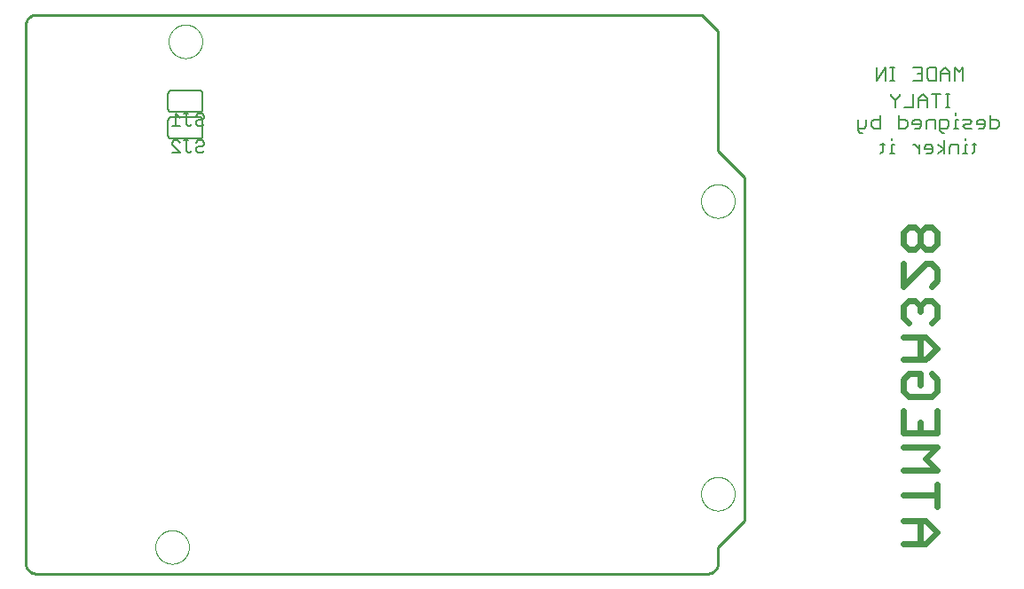
<source format=gbo>
G75*
%MOIN*%
%OFA0B0*%
%FSLAX25Y25*%
%IPPOS*%
%LPD*%
%AMOC8*
5,1,8,0,0,1.08239X$1,22.5*
%
%ADD10C,0.01000*%
%ADD11C,0.02300*%
%ADD12C,0.00700*%
%ADD13C,0.00000*%
%ADD14C,0.00600*%
%ADD15C,0.00500*%
D10*
X0081798Y0009437D02*
X0081798Y0211563D01*
X0081800Y0211687D01*
X0081806Y0211810D01*
X0081815Y0211934D01*
X0081829Y0212056D01*
X0081846Y0212179D01*
X0081868Y0212301D01*
X0081893Y0212422D01*
X0081922Y0212542D01*
X0081954Y0212661D01*
X0081991Y0212780D01*
X0082031Y0212897D01*
X0082074Y0213012D01*
X0082122Y0213127D01*
X0082173Y0213239D01*
X0082227Y0213350D01*
X0082285Y0213460D01*
X0082346Y0213567D01*
X0082411Y0213673D01*
X0082479Y0213776D01*
X0082550Y0213877D01*
X0082624Y0213976D01*
X0082701Y0214073D01*
X0082782Y0214167D01*
X0082865Y0214258D01*
X0082951Y0214347D01*
X0083040Y0214433D01*
X0083131Y0214516D01*
X0083225Y0214597D01*
X0083322Y0214674D01*
X0083421Y0214748D01*
X0083522Y0214819D01*
X0083625Y0214887D01*
X0083731Y0214952D01*
X0083838Y0215013D01*
X0083948Y0215071D01*
X0084059Y0215125D01*
X0084171Y0215176D01*
X0084286Y0215224D01*
X0084401Y0215267D01*
X0084518Y0215307D01*
X0084637Y0215344D01*
X0084756Y0215376D01*
X0084876Y0215405D01*
X0084997Y0215430D01*
X0085119Y0215452D01*
X0085242Y0215469D01*
X0085364Y0215483D01*
X0085488Y0215492D01*
X0085611Y0215498D01*
X0085735Y0215500D01*
X0335798Y0215500D01*
X0341798Y0209500D01*
X0341798Y0164500D01*
X0351798Y0154500D01*
X0351798Y0025500D01*
X0341798Y0015500D01*
X0341798Y0009437D01*
X0341796Y0009313D01*
X0341790Y0009190D01*
X0341781Y0009066D01*
X0341767Y0008944D01*
X0341750Y0008821D01*
X0341728Y0008699D01*
X0341703Y0008578D01*
X0341674Y0008458D01*
X0341642Y0008339D01*
X0341605Y0008220D01*
X0341565Y0008103D01*
X0341522Y0007988D01*
X0341474Y0007873D01*
X0341423Y0007761D01*
X0341369Y0007650D01*
X0341311Y0007540D01*
X0341250Y0007433D01*
X0341185Y0007327D01*
X0341117Y0007224D01*
X0341046Y0007123D01*
X0340972Y0007024D01*
X0340895Y0006927D01*
X0340814Y0006833D01*
X0340731Y0006742D01*
X0340645Y0006653D01*
X0340556Y0006567D01*
X0340465Y0006484D01*
X0340371Y0006403D01*
X0340274Y0006326D01*
X0340175Y0006252D01*
X0340074Y0006181D01*
X0339971Y0006113D01*
X0339865Y0006048D01*
X0339758Y0005987D01*
X0339648Y0005929D01*
X0339537Y0005875D01*
X0339425Y0005824D01*
X0339310Y0005776D01*
X0339195Y0005733D01*
X0339078Y0005693D01*
X0338959Y0005656D01*
X0338840Y0005624D01*
X0338720Y0005595D01*
X0338599Y0005570D01*
X0338477Y0005548D01*
X0338354Y0005531D01*
X0338232Y0005517D01*
X0338108Y0005508D01*
X0337985Y0005502D01*
X0337861Y0005500D01*
X0085735Y0005500D01*
X0085611Y0005502D01*
X0085488Y0005508D01*
X0085364Y0005517D01*
X0085242Y0005531D01*
X0085119Y0005548D01*
X0084997Y0005570D01*
X0084876Y0005595D01*
X0084756Y0005624D01*
X0084637Y0005656D01*
X0084518Y0005693D01*
X0084401Y0005733D01*
X0084286Y0005776D01*
X0084171Y0005824D01*
X0084059Y0005875D01*
X0083948Y0005929D01*
X0083838Y0005987D01*
X0083731Y0006048D01*
X0083625Y0006113D01*
X0083522Y0006181D01*
X0083421Y0006252D01*
X0083322Y0006326D01*
X0083225Y0006403D01*
X0083131Y0006484D01*
X0083040Y0006567D01*
X0082951Y0006653D01*
X0082865Y0006742D01*
X0082782Y0006833D01*
X0082701Y0006927D01*
X0082624Y0007024D01*
X0082550Y0007123D01*
X0082479Y0007224D01*
X0082411Y0007327D01*
X0082346Y0007433D01*
X0082285Y0007540D01*
X0082227Y0007650D01*
X0082173Y0007761D01*
X0082122Y0007873D01*
X0082074Y0007988D01*
X0082031Y0008103D01*
X0081991Y0008220D01*
X0081954Y0008339D01*
X0081922Y0008458D01*
X0081893Y0008578D01*
X0081868Y0008699D01*
X0081846Y0008821D01*
X0081829Y0008944D01*
X0081815Y0009066D01*
X0081806Y0009190D01*
X0081800Y0009313D01*
X0081798Y0009437D01*
D11*
X0411448Y0016844D02*
X0419922Y0016844D01*
X0424159Y0021081D01*
X0419922Y0025318D01*
X0411448Y0025318D01*
X0417803Y0025318D02*
X0417803Y0016844D01*
X0424159Y0030656D02*
X0424159Y0039129D01*
X0424159Y0034893D02*
X0411448Y0034893D01*
X0411448Y0044467D02*
X0424159Y0044467D01*
X0419922Y0048704D01*
X0424159Y0052941D01*
X0411448Y0052941D01*
X0411448Y0058279D02*
X0411448Y0066753D01*
X0413566Y0072091D02*
X0411448Y0074209D01*
X0411448Y0078446D01*
X0413566Y0080565D01*
X0417803Y0080565D01*
X0417803Y0076328D01*
X0422040Y0072091D02*
X0413566Y0072091D01*
X0422040Y0072091D02*
X0424159Y0074209D01*
X0424159Y0078446D01*
X0422040Y0080565D01*
X0419922Y0085903D02*
X0411448Y0085903D01*
X0417803Y0085903D02*
X0417803Y0094377D01*
X0419922Y0094377D02*
X0411448Y0094377D01*
X0413566Y0099715D02*
X0411448Y0101833D01*
X0411448Y0106070D01*
X0413566Y0108188D01*
X0415685Y0108188D01*
X0417803Y0106070D01*
X0417803Y0103952D01*
X0417803Y0106070D02*
X0419922Y0108188D01*
X0422040Y0108188D01*
X0424159Y0106070D01*
X0424159Y0101833D01*
X0422040Y0099715D01*
X0419922Y0094377D02*
X0424159Y0090140D01*
X0419922Y0085903D01*
X0424159Y0066753D02*
X0424159Y0058279D01*
X0411448Y0058279D01*
X0417803Y0058279D02*
X0417803Y0062516D01*
X0422040Y0113526D02*
X0424159Y0115645D01*
X0424159Y0119882D01*
X0422040Y0122000D01*
X0419922Y0122000D01*
X0411448Y0113526D01*
X0411448Y0122000D01*
X0413566Y0127338D02*
X0415685Y0127338D01*
X0417803Y0129457D01*
X0417803Y0133694D01*
X0415685Y0135812D01*
X0413566Y0135812D01*
X0411448Y0133694D01*
X0411448Y0129457D01*
X0413566Y0127338D01*
X0417803Y0129457D02*
X0419922Y0127338D01*
X0422040Y0127338D01*
X0424159Y0129457D01*
X0424159Y0133694D01*
X0422040Y0135812D01*
X0419922Y0135812D01*
X0417803Y0133694D01*
D12*
X0417463Y0163350D02*
X0417463Y0166619D01*
X0417463Y0164985D02*
X0415828Y0166619D01*
X0415011Y0166619D01*
X0419350Y0165802D02*
X0419350Y0164985D01*
X0422619Y0164985D01*
X0422619Y0165802D02*
X0421802Y0166619D01*
X0420167Y0166619D01*
X0419350Y0165802D01*
X0420167Y0163350D02*
X0421802Y0163350D01*
X0422619Y0164167D01*
X0422619Y0165802D01*
X0424464Y0166619D02*
X0426916Y0164985D01*
X0424464Y0163350D01*
X0426916Y0163350D02*
X0426916Y0168254D01*
X0428803Y0165802D02*
X0428803Y0163350D01*
X0428803Y0165802D02*
X0429621Y0166619D01*
X0432073Y0166619D01*
X0432073Y0163350D01*
X0433876Y0163350D02*
X0435510Y0163350D01*
X0434693Y0163350D02*
X0434693Y0166619D01*
X0435510Y0166619D01*
X0437313Y0166619D02*
X0438948Y0166619D01*
X0438131Y0167437D02*
X0438131Y0164167D01*
X0437313Y0163350D01*
X0434693Y0168254D02*
X0434693Y0169072D01*
X0434683Y0172850D02*
X0433866Y0173667D01*
X0434683Y0174485D01*
X0436318Y0174485D01*
X0437135Y0175302D01*
X0436318Y0176119D01*
X0433866Y0176119D01*
X0431979Y0176119D02*
X0431161Y0176119D01*
X0431161Y0172850D01*
X0430344Y0172850D02*
X0431979Y0172850D01*
X0434683Y0172850D02*
X0437135Y0172850D01*
X0439022Y0174485D02*
X0442292Y0174485D01*
X0442292Y0175302D02*
X0441474Y0176119D01*
X0439840Y0176119D01*
X0439022Y0175302D01*
X0439022Y0174485D01*
X0439840Y0172850D02*
X0441474Y0172850D01*
X0442292Y0173667D01*
X0442292Y0175302D01*
X0444179Y0176119D02*
X0446631Y0176119D01*
X0447448Y0175302D01*
X0447448Y0173667D01*
X0446631Y0172850D01*
X0444179Y0172850D01*
X0444179Y0177754D01*
X0431161Y0177754D02*
X0431161Y0178572D01*
X0428948Y0180850D02*
X0427313Y0180850D01*
X0428131Y0180850D02*
X0428131Y0185754D01*
X0428948Y0185754D02*
X0427313Y0185754D01*
X0425510Y0185754D02*
X0422241Y0185754D01*
X0423876Y0185754D02*
X0423876Y0180850D01*
X0420354Y0180850D02*
X0420354Y0184119D01*
X0418719Y0185754D01*
X0417085Y0184119D01*
X0417085Y0180850D01*
X0415198Y0180850D02*
X0411928Y0180850D01*
X0415198Y0180850D02*
X0415198Y0185754D01*
X0417085Y0183302D02*
X0420354Y0183302D01*
X0420933Y0176119D02*
X0420115Y0175302D01*
X0420115Y0172850D01*
X0418228Y0173667D02*
X0418228Y0175302D01*
X0417411Y0176119D01*
X0415776Y0176119D01*
X0414959Y0175302D01*
X0414959Y0174485D01*
X0418228Y0174485D01*
X0418228Y0173667D02*
X0417411Y0172850D01*
X0415776Y0172850D01*
X0413072Y0173667D02*
X0413072Y0175302D01*
X0412255Y0176119D01*
X0409803Y0176119D01*
X0409803Y0177754D02*
X0409803Y0172850D01*
X0412255Y0172850D01*
X0413072Y0173667D01*
X0407192Y0169072D02*
X0407192Y0168254D01*
X0407192Y0166619D02*
X0407192Y0163350D01*
X0406375Y0163350D02*
X0408010Y0163350D01*
X0403755Y0164167D02*
X0402937Y0163350D01*
X0403755Y0164167D02*
X0403755Y0167437D01*
X0404572Y0166619D02*
X0402937Y0166619D01*
X0407192Y0166619D02*
X0408010Y0166619D01*
X0402759Y0172850D02*
X0400307Y0172850D01*
X0399490Y0173667D01*
X0399490Y0175302D01*
X0400307Y0176119D01*
X0402759Y0176119D01*
X0402759Y0177754D02*
X0402759Y0172850D01*
X0397603Y0173667D02*
X0396785Y0172850D01*
X0394333Y0172850D01*
X0394333Y0172033D02*
X0395151Y0171215D01*
X0395968Y0171215D01*
X0394333Y0172033D02*
X0394333Y0176119D01*
X0397603Y0176119D02*
X0397603Y0173667D01*
X0408406Y0180850D02*
X0408406Y0183302D01*
X0406772Y0184937D01*
X0406772Y0185754D01*
X0408406Y0183302D02*
X0410041Y0184937D01*
X0410041Y0185754D01*
X0408166Y0190850D02*
X0406531Y0190850D01*
X0407349Y0190850D02*
X0407349Y0195754D01*
X0408166Y0195754D02*
X0406531Y0195754D01*
X0404728Y0195754D02*
X0401459Y0190850D01*
X0401459Y0195754D01*
X0404728Y0195754D02*
X0404728Y0190850D01*
X0415209Y0190850D02*
X0418479Y0190850D01*
X0418479Y0195754D01*
X0415209Y0195754D01*
X0416844Y0193302D02*
X0418479Y0193302D01*
X0420366Y0191667D02*
X0420366Y0194937D01*
X0421183Y0195754D01*
X0423635Y0195754D01*
X0423635Y0190850D01*
X0421183Y0190850D01*
X0420366Y0191667D01*
X0425522Y0190850D02*
X0425522Y0194119D01*
X0427157Y0195754D01*
X0428792Y0194119D01*
X0428792Y0190850D01*
X0430679Y0190850D02*
X0430679Y0195754D01*
X0432313Y0194119D01*
X0433948Y0195754D01*
X0433948Y0190850D01*
X0428792Y0193302D02*
X0425522Y0193302D01*
X0425272Y0176119D02*
X0427724Y0176119D01*
X0428541Y0175302D01*
X0428541Y0173667D01*
X0427724Y0172850D01*
X0425272Y0172850D01*
X0425272Y0172033D02*
X0425272Y0176119D01*
X0423385Y0176119D02*
X0420933Y0176119D01*
X0423385Y0176119D02*
X0423385Y0172850D01*
X0425272Y0172033D02*
X0426089Y0171215D01*
X0426906Y0171215D01*
D13*
X0335499Y0145500D02*
X0335501Y0145658D01*
X0335507Y0145816D01*
X0335517Y0145974D01*
X0335531Y0146132D01*
X0335549Y0146289D01*
X0335570Y0146446D01*
X0335596Y0146602D01*
X0335626Y0146758D01*
X0335659Y0146913D01*
X0335697Y0147066D01*
X0335738Y0147219D01*
X0335783Y0147371D01*
X0335832Y0147522D01*
X0335885Y0147671D01*
X0335941Y0147819D01*
X0336001Y0147965D01*
X0336065Y0148110D01*
X0336133Y0148253D01*
X0336204Y0148395D01*
X0336278Y0148535D01*
X0336356Y0148672D01*
X0336438Y0148808D01*
X0336522Y0148942D01*
X0336611Y0149073D01*
X0336702Y0149202D01*
X0336797Y0149329D01*
X0336894Y0149454D01*
X0336995Y0149576D01*
X0337099Y0149695D01*
X0337206Y0149812D01*
X0337316Y0149926D01*
X0337429Y0150037D01*
X0337544Y0150146D01*
X0337662Y0150251D01*
X0337783Y0150353D01*
X0337906Y0150453D01*
X0338032Y0150549D01*
X0338160Y0150642D01*
X0338290Y0150732D01*
X0338423Y0150818D01*
X0338558Y0150902D01*
X0338694Y0150981D01*
X0338833Y0151058D01*
X0338974Y0151130D01*
X0339116Y0151200D01*
X0339260Y0151265D01*
X0339406Y0151327D01*
X0339553Y0151385D01*
X0339702Y0151440D01*
X0339852Y0151491D01*
X0340003Y0151538D01*
X0340155Y0151581D01*
X0340308Y0151620D01*
X0340463Y0151656D01*
X0340618Y0151687D01*
X0340774Y0151715D01*
X0340930Y0151739D01*
X0341087Y0151759D01*
X0341245Y0151775D01*
X0341402Y0151787D01*
X0341561Y0151795D01*
X0341719Y0151799D01*
X0341877Y0151799D01*
X0342035Y0151795D01*
X0342194Y0151787D01*
X0342351Y0151775D01*
X0342509Y0151759D01*
X0342666Y0151739D01*
X0342822Y0151715D01*
X0342978Y0151687D01*
X0343133Y0151656D01*
X0343288Y0151620D01*
X0343441Y0151581D01*
X0343593Y0151538D01*
X0343744Y0151491D01*
X0343894Y0151440D01*
X0344043Y0151385D01*
X0344190Y0151327D01*
X0344336Y0151265D01*
X0344480Y0151200D01*
X0344622Y0151130D01*
X0344763Y0151058D01*
X0344902Y0150981D01*
X0345038Y0150902D01*
X0345173Y0150818D01*
X0345306Y0150732D01*
X0345436Y0150642D01*
X0345564Y0150549D01*
X0345690Y0150453D01*
X0345813Y0150353D01*
X0345934Y0150251D01*
X0346052Y0150146D01*
X0346167Y0150037D01*
X0346280Y0149926D01*
X0346390Y0149812D01*
X0346497Y0149695D01*
X0346601Y0149576D01*
X0346702Y0149454D01*
X0346799Y0149329D01*
X0346894Y0149202D01*
X0346985Y0149073D01*
X0347074Y0148942D01*
X0347158Y0148808D01*
X0347240Y0148672D01*
X0347318Y0148535D01*
X0347392Y0148395D01*
X0347463Y0148253D01*
X0347531Y0148110D01*
X0347595Y0147965D01*
X0347655Y0147819D01*
X0347711Y0147671D01*
X0347764Y0147522D01*
X0347813Y0147371D01*
X0347858Y0147219D01*
X0347899Y0147066D01*
X0347937Y0146913D01*
X0347970Y0146758D01*
X0348000Y0146602D01*
X0348026Y0146446D01*
X0348047Y0146289D01*
X0348065Y0146132D01*
X0348079Y0145974D01*
X0348089Y0145816D01*
X0348095Y0145658D01*
X0348097Y0145500D01*
X0348095Y0145342D01*
X0348089Y0145184D01*
X0348079Y0145026D01*
X0348065Y0144868D01*
X0348047Y0144711D01*
X0348026Y0144554D01*
X0348000Y0144398D01*
X0347970Y0144242D01*
X0347937Y0144087D01*
X0347899Y0143934D01*
X0347858Y0143781D01*
X0347813Y0143629D01*
X0347764Y0143478D01*
X0347711Y0143329D01*
X0347655Y0143181D01*
X0347595Y0143035D01*
X0347531Y0142890D01*
X0347463Y0142747D01*
X0347392Y0142605D01*
X0347318Y0142465D01*
X0347240Y0142328D01*
X0347158Y0142192D01*
X0347074Y0142058D01*
X0346985Y0141927D01*
X0346894Y0141798D01*
X0346799Y0141671D01*
X0346702Y0141546D01*
X0346601Y0141424D01*
X0346497Y0141305D01*
X0346390Y0141188D01*
X0346280Y0141074D01*
X0346167Y0140963D01*
X0346052Y0140854D01*
X0345934Y0140749D01*
X0345813Y0140647D01*
X0345690Y0140547D01*
X0345564Y0140451D01*
X0345436Y0140358D01*
X0345306Y0140268D01*
X0345173Y0140182D01*
X0345038Y0140098D01*
X0344902Y0140019D01*
X0344763Y0139942D01*
X0344622Y0139870D01*
X0344480Y0139800D01*
X0344336Y0139735D01*
X0344190Y0139673D01*
X0344043Y0139615D01*
X0343894Y0139560D01*
X0343744Y0139509D01*
X0343593Y0139462D01*
X0343441Y0139419D01*
X0343288Y0139380D01*
X0343133Y0139344D01*
X0342978Y0139313D01*
X0342822Y0139285D01*
X0342666Y0139261D01*
X0342509Y0139241D01*
X0342351Y0139225D01*
X0342194Y0139213D01*
X0342035Y0139205D01*
X0341877Y0139201D01*
X0341719Y0139201D01*
X0341561Y0139205D01*
X0341402Y0139213D01*
X0341245Y0139225D01*
X0341087Y0139241D01*
X0340930Y0139261D01*
X0340774Y0139285D01*
X0340618Y0139313D01*
X0340463Y0139344D01*
X0340308Y0139380D01*
X0340155Y0139419D01*
X0340003Y0139462D01*
X0339852Y0139509D01*
X0339702Y0139560D01*
X0339553Y0139615D01*
X0339406Y0139673D01*
X0339260Y0139735D01*
X0339116Y0139800D01*
X0338974Y0139870D01*
X0338833Y0139942D01*
X0338694Y0140019D01*
X0338558Y0140098D01*
X0338423Y0140182D01*
X0338290Y0140268D01*
X0338160Y0140358D01*
X0338032Y0140451D01*
X0337906Y0140547D01*
X0337783Y0140647D01*
X0337662Y0140749D01*
X0337544Y0140854D01*
X0337429Y0140963D01*
X0337316Y0141074D01*
X0337206Y0141188D01*
X0337099Y0141305D01*
X0336995Y0141424D01*
X0336894Y0141546D01*
X0336797Y0141671D01*
X0336702Y0141798D01*
X0336611Y0141927D01*
X0336522Y0142058D01*
X0336438Y0142192D01*
X0336356Y0142328D01*
X0336278Y0142465D01*
X0336204Y0142605D01*
X0336133Y0142747D01*
X0336065Y0142890D01*
X0336001Y0143035D01*
X0335941Y0143181D01*
X0335885Y0143329D01*
X0335832Y0143478D01*
X0335783Y0143629D01*
X0335738Y0143781D01*
X0335697Y0143934D01*
X0335659Y0144087D01*
X0335626Y0144242D01*
X0335596Y0144398D01*
X0335570Y0144554D01*
X0335549Y0144711D01*
X0335531Y0144868D01*
X0335517Y0145026D01*
X0335507Y0145184D01*
X0335501Y0145342D01*
X0335499Y0145500D01*
X0135499Y0205500D02*
X0135501Y0205658D01*
X0135507Y0205816D01*
X0135517Y0205974D01*
X0135531Y0206132D01*
X0135549Y0206289D01*
X0135570Y0206446D01*
X0135596Y0206602D01*
X0135626Y0206758D01*
X0135659Y0206913D01*
X0135697Y0207066D01*
X0135738Y0207219D01*
X0135783Y0207371D01*
X0135832Y0207522D01*
X0135885Y0207671D01*
X0135941Y0207819D01*
X0136001Y0207965D01*
X0136065Y0208110D01*
X0136133Y0208253D01*
X0136204Y0208395D01*
X0136278Y0208535D01*
X0136356Y0208672D01*
X0136438Y0208808D01*
X0136522Y0208942D01*
X0136611Y0209073D01*
X0136702Y0209202D01*
X0136797Y0209329D01*
X0136894Y0209454D01*
X0136995Y0209576D01*
X0137099Y0209695D01*
X0137206Y0209812D01*
X0137316Y0209926D01*
X0137429Y0210037D01*
X0137544Y0210146D01*
X0137662Y0210251D01*
X0137783Y0210353D01*
X0137906Y0210453D01*
X0138032Y0210549D01*
X0138160Y0210642D01*
X0138290Y0210732D01*
X0138423Y0210818D01*
X0138558Y0210902D01*
X0138694Y0210981D01*
X0138833Y0211058D01*
X0138974Y0211130D01*
X0139116Y0211200D01*
X0139260Y0211265D01*
X0139406Y0211327D01*
X0139553Y0211385D01*
X0139702Y0211440D01*
X0139852Y0211491D01*
X0140003Y0211538D01*
X0140155Y0211581D01*
X0140308Y0211620D01*
X0140463Y0211656D01*
X0140618Y0211687D01*
X0140774Y0211715D01*
X0140930Y0211739D01*
X0141087Y0211759D01*
X0141245Y0211775D01*
X0141402Y0211787D01*
X0141561Y0211795D01*
X0141719Y0211799D01*
X0141877Y0211799D01*
X0142035Y0211795D01*
X0142194Y0211787D01*
X0142351Y0211775D01*
X0142509Y0211759D01*
X0142666Y0211739D01*
X0142822Y0211715D01*
X0142978Y0211687D01*
X0143133Y0211656D01*
X0143288Y0211620D01*
X0143441Y0211581D01*
X0143593Y0211538D01*
X0143744Y0211491D01*
X0143894Y0211440D01*
X0144043Y0211385D01*
X0144190Y0211327D01*
X0144336Y0211265D01*
X0144480Y0211200D01*
X0144622Y0211130D01*
X0144763Y0211058D01*
X0144902Y0210981D01*
X0145038Y0210902D01*
X0145173Y0210818D01*
X0145306Y0210732D01*
X0145436Y0210642D01*
X0145564Y0210549D01*
X0145690Y0210453D01*
X0145813Y0210353D01*
X0145934Y0210251D01*
X0146052Y0210146D01*
X0146167Y0210037D01*
X0146280Y0209926D01*
X0146390Y0209812D01*
X0146497Y0209695D01*
X0146601Y0209576D01*
X0146702Y0209454D01*
X0146799Y0209329D01*
X0146894Y0209202D01*
X0146985Y0209073D01*
X0147074Y0208942D01*
X0147158Y0208808D01*
X0147240Y0208672D01*
X0147318Y0208535D01*
X0147392Y0208395D01*
X0147463Y0208253D01*
X0147531Y0208110D01*
X0147595Y0207965D01*
X0147655Y0207819D01*
X0147711Y0207671D01*
X0147764Y0207522D01*
X0147813Y0207371D01*
X0147858Y0207219D01*
X0147899Y0207066D01*
X0147937Y0206913D01*
X0147970Y0206758D01*
X0148000Y0206602D01*
X0148026Y0206446D01*
X0148047Y0206289D01*
X0148065Y0206132D01*
X0148079Y0205974D01*
X0148089Y0205816D01*
X0148095Y0205658D01*
X0148097Y0205500D01*
X0148095Y0205342D01*
X0148089Y0205184D01*
X0148079Y0205026D01*
X0148065Y0204868D01*
X0148047Y0204711D01*
X0148026Y0204554D01*
X0148000Y0204398D01*
X0147970Y0204242D01*
X0147937Y0204087D01*
X0147899Y0203934D01*
X0147858Y0203781D01*
X0147813Y0203629D01*
X0147764Y0203478D01*
X0147711Y0203329D01*
X0147655Y0203181D01*
X0147595Y0203035D01*
X0147531Y0202890D01*
X0147463Y0202747D01*
X0147392Y0202605D01*
X0147318Y0202465D01*
X0147240Y0202328D01*
X0147158Y0202192D01*
X0147074Y0202058D01*
X0146985Y0201927D01*
X0146894Y0201798D01*
X0146799Y0201671D01*
X0146702Y0201546D01*
X0146601Y0201424D01*
X0146497Y0201305D01*
X0146390Y0201188D01*
X0146280Y0201074D01*
X0146167Y0200963D01*
X0146052Y0200854D01*
X0145934Y0200749D01*
X0145813Y0200647D01*
X0145690Y0200547D01*
X0145564Y0200451D01*
X0145436Y0200358D01*
X0145306Y0200268D01*
X0145173Y0200182D01*
X0145038Y0200098D01*
X0144902Y0200019D01*
X0144763Y0199942D01*
X0144622Y0199870D01*
X0144480Y0199800D01*
X0144336Y0199735D01*
X0144190Y0199673D01*
X0144043Y0199615D01*
X0143894Y0199560D01*
X0143744Y0199509D01*
X0143593Y0199462D01*
X0143441Y0199419D01*
X0143288Y0199380D01*
X0143133Y0199344D01*
X0142978Y0199313D01*
X0142822Y0199285D01*
X0142666Y0199261D01*
X0142509Y0199241D01*
X0142351Y0199225D01*
X0142194Y0199213D01*
X0142035Y0199205D01*
X0141877Y0199201D01*
X0141719Y0199201D01*
X0141561Y0199205D01*
X0141402Y0199213D01*
X0141245Y0199225D01*
X0141087Y0199241D01*
X0140930Y0199261D01*
X0140774Y0199285D01*
X0140618Y0199313D01*
X0140463Y0199344D01*
X0140308Y0199380D01*
X0140155Y0199419D01*
X0140003Y0199462D01*
X0139852Y0199509D01*
X0139702Y0199560D01*
X0139553Y0199615D01*
X0139406Y0199673D01*
X0139260Y0199735D01*
X0139116Y0199800D01*
X0138974Y0199870D01*
X0138833Y0199942D01*
X0138694Y0200019D01*
X0138558Y0200098D01*
X0138423Y0200182D01*
X0138290Y0200268D01*
X0138160Y0200358D01*
X0138032Y0200451D01*
X0137906Y0200547D01*
X0137783Y0200647D01*
X0137662Y0200749D01*
X0137544Y0200854D01*
X0137429Y0200963D01*
X0137316Y0201074D01*
X0137206Y0201188D01*
X0137099Y0201305D01*
X0136995Y0201424D01*
X0136894Y0201546D01*
X0136797Y0201671D01*
X0136702Y0201798D01*
X0136611Y0201927D01*
X0136522Y0202058D01*
X0136438Y0202192D01*
X0136356Y0202328D01*
X0136278Y0202465D01*
X0136204Y0202605D01*
X0136133Y0202747D01*
X0136065Y0202890D01*
X0136001Y0203035D01*
X0135941Y0203181D01*
X0135885Y0203329D01*
X0135832Y0203478D01*
X0135783Y0203629D01*
X0135738Y0203781D01*
X0135697Y0203934D01*
X0135659Y0204087D01*
X0135626Y0204242D01*
X0135596Y0204398D01*
X0135570Y0204554D01*
X0135549Y0204711D01*
X0135531Y0204868D01*
X0135517Y0205026D01*
X0135507Y0205184D01*
X0135501Y0205342D01*
X0135499Y0205500D01*
X0335499Y0035500D02*
X0335501Y0035658D01*
X0335507Y0035816D01*
X0335517Y0035974D01*
X0335531Y0036132D01*
X0335549Y0036289D01*
X0335570Y0036446D01*
X0335596Y0036602D01*
X0335626Y0036758D01*
X0335659Y0036913D01*
X0335697Y0037066D01*
X0335738Y0037219D01*
X0335783Y0037371D01*
X0335832Y0037522D01*
X0335885Y0037671D01*
X0335941Y0037819D01*
X0336001Y0037965D01*
X0336065Y0038110D01*
X0336133Y0038253D01*
X0336204Y0038395D01*
X0336278Y0038535D01*
X0336356Y0038672D01*
X0336438Y0038808D01*
X0336522Y0038942D01*
X0336611Y0039073D01*
X0336702Y0039202D01*
X0336797Y0039329D01*
X0336894Y0039454D01*
X0336995Y0039576D01*
X0337099Y0039695D01*
X0337206Y0039812D01*
X0337316Y0039926D01*
X0337429Y0040037D01*
X0337544Y0040146D01*
X0337662Y0040251D01*
X0337783Y0040353D01*
X0337906Y0040453D01*
X0338032Y0040549D01*
X0338160Y0040642D01*
X0338290Y0040732D01*
X0338423Y0040818D01*
X0338558Y0040902D01*
X0338694Y0040981D01*
X0338833Y0041058D01*
X0338974Y0041130D01*
X0339116Y0041200D01*
X0339260Y0041265D01*
X0339406Y0041327D01*
X0339553Y0041385D01*
X0339702Y0041440D01*
X0339852Y0041491D01*
X0340003Y0041538D01*
X0340155Y0041581D01*
X0340308Y0041620D01*
X0340463Y0041656D01*
X0340618Y0041687D01*
X0340774Y0041715D01*
X0340930Y0041739D01*
X0341087Y0041759D01*
X0341245Y0041775D01*
X0341402Y0041787D01*
X0341561Y0041795D01*
X0341719Y0041799D01*
X0341877Y0041799D01*
X0342035Y0041795D01*
X0342194Y0041787D01*
X0342351Y0041775D01*
X0342509Y0041759D01*
X0342666Y0041739D01*
X0342822Y0041715D01*
X0342978Y0041687D01*
X0343133Y0041656D01*
X0343288Y0041620D01*
X0343441Y0041581D01*
X0343593Y0041538D01*
X0343744Y0041491D01*
X0343894Y0041440D01*
X0344043Y0041385D01*
X0344190Y0041327D01*
X0344336Y0041265D01*
X0344480Y0041200D01*
X0344622Y0041130D01*
X0344763Y0041058D01*
X0344902Y0040981D01*
X0345038Y0040902D01*
X0345173Y0040818D01*
X0345306Y0040732D01*
X0345436Y0040642D01*
X0345564Y0040549D01*
X0345690Y0040453D01*
X0345813Y0040353D01*
X0345934Y0040251D01*
X0346052Y0040146D01*
X0346167Y0040037D01*
X0346280Y0039926D01*
X0346390Y0039812D01*
X0346497Y0039695D01*
X0346601Y0039576D01*
X0346702Y0039454D01*
X0346799Y0039329D01*
X0346894Y0039202D01*
X0346985Y0039073D01*
X0347074Y0038942D01*
X0347158Y0038808D01*
X0347240Y0038672D01*
X0347318Y0038535D01*
X0347392Y0038395D01*
X0347463Y0038253D01*
X0347531Y0038110D01*
X0347595Y0037965D01*
X0347655Y0037819D01*
X0347711Y0037671D01*
X0347764Y0037522D01*
X0347813Y0037371D01*
X0347858Y0037219D01*
X0347899Y0037066D01*
X0347937Y0036913D01*
X0347970Y0036758D01*
X0348000Y0036602D01*
X0348026Y0036446D01*
X0348047Y0036289D01*
X0348065Y0036132D01*
X0348079Y0035974D01*
X0348089Y0035816D01*
X0348095Y0035658D01*
X0348097Y0035500D01*
X0348095Y0035342D01*
X0348089Y0035184D01*
X0348079Y0035026D01*
X0348065Y0034868D01*
X0348047Y0034711D01*
X0348026Y0034554D01*
X0348000Y0034398D01*
X0347970Y0034242D01*
X0347937Y0034087D01*
X0347899Y0033934D01*
X0347858Y0033781D01*
X0347813Y0033629D01*
X0347764Y0033478D01*
X0347711Y0033329D01*
X0347655Y0033181D01*
X0347595Y0033035D01*
X0347531Y0032890D01*
X0347463Y0032747D01*
X0347392Y0032605D01*
X0347318Y0032465D01*
X0347240Y0032328D01*
X0347158Y0032192D01*
X0347074Y0032058D01*
X0346985Y0031927D01*
X0346894Y0031798D01*
X0346799Y0031671D01*
X0346702Y0031546D01*
X0346601Y0031424D01*
X0346497Y0031305D01*
X0346390Y0031188D01*
X0346280Y0031074D01*
X0346167Y0030963D01*
X0346052Y0030854D01*
X0345934Y0030749D01*
X0345813Y0030647D01*
X0345690Y0030547D01*
X0345564Y0030451D01*
X0345436Y0030358D01*
X0345306Y0030268D01*
X0345173Y0030182D01*
X0345038Y0030098D01*
X0344902Y0030019D01*
X0344763Y0029942D01*
X0344622Y0029870D01*
X0344480Y0029800D01*
X0344336Y0029735D01*
X0344190Y0029673D01*
X0344043Y0029615D01*
X0343894Y0029560D01*
X0343744Y0029509D01*
X0343593Y0029462D01*
X0343441Y0029419D01*
X0343288Y0029380D01*
X0343133Y0029344D01*
X0342978Y0029313D01*
X0342822Y0029285D01*
X0342666Y0029261D01*
X0342509Y0029241D01*
X0342351Y0029225D01*
X0342194Y0029213D01*
X0342035Y0029205D01*
X0341877Y0029201D01*
X0341719Y0029201D01*
X0341561Y0029205D01*
X0341402Y0029213D01*
X0341245Y0029225D01*
X0341087Y0029241D01*
X0340930Y0029261D01*
X0340774Y0029285D01*
X0340618Y0029313D01*
X0340463Y0029344D01*
X0340308Y0029380D01*
X0340155Y0029419D01*
X0340003Y0029462D01*
X0339852Y0029509D01*
X0339702Y0029560D01*
X0339553Y0029615D01*
X0339406Y0029673D01*
X0339260Y0029735D01*
X0339116Y0029800D01*
X0338974Y0029870D01*
X0338833Y0029942D01*
X0338694Y0030019D01*
X0338558Y0030098D01*
X0338423Y0030182D01*
X0338290Y0030268D01*
X0338160Y0030358D01*
X0338032Y0030451D01*
X0337906Y0030547D01*
X0337783Y0030647D01*
X0337662Y0030749D01*
X0337544Y0030854D01*
X0337429Y0030963D01*
X0337316Y0031074D01*
X0337206Y0031188D01*
X0337099Y0031305D01*
X0336995Y0031424D01*
X0336894Y0031546D01*
X0336797Y0031671D01*
X0336702Y0031798D01*
X0336611Y0031927D01*
X0336522Y0032058D01*
X0336438Y0032192D01*
X0336356Y0032328D01*
X0336278Y0032465D01*
X0336204Y0032605D01*
X0336133Y0032747D01*
X0336065Y0032890D01*
X0336001Y0033035D01*
X0335941Y0033181D01*
X0335885Y0033329D01*
X0335832Y0033478D01*
X0335783Y0033629D01*
X0335738Y0033781D01*
X0335697Y0033934D01*
X0335659Y0034087D01*
X0335626Y0034242D01*
X0335596Y0034398D01*
X0335570Y0034554D01*
X0335549Y0034711D01*
X0335531Y0034868D01*
X0335517Y0035026D01*
X0335507Y0035184D01*
X0335501Y0035342D01*
X0335499Y0035500D01*
X0130499Y0015500D02*
X0130501Y0015658D01*
X0130507Y0015816D01*
X0130517Y0015974D01*
X0130531Y0016132D01*
X0130549Y0016289D01*
X0130570Y0016446D01*
X0130596Y0016602D01*
X0130626Y0016758D01*
X0130659Y0016913D01*
X0130697Y0017066D01*
X0130738Y0017219D01*
X0130783Y0017371D01*
X0130832Y0017522D01*
X0130885Y0017671D01*
X0130941Y0017819D01*
X0131001Y0017965D01*
X0131065Y0018110D01*
X0131133Y0018253D01*
X0131204Y0018395D01*
X0131278Y0018535D01*
X0131356Y0018672D01*
X0131438Y0018808D01*
X0131522Y0018942D01*
X0131611Y0019073D01*
X0131702Y0019202D01*
X0131797Y0019329D01*
X0131894Y0019454D01*
X0131995Y0019576D01*
X0132099Y0019695D01*
X0132206Y0019812D01*
X0132316Y0019926D01*
X0132429Y0020037D01*
X0132544Y0020146D01*
X0132662Y0020251D01*
X0132783Y0020353D01*
X0132906Y0020453D01*
X0133032Y0020549D01*
X0133160Y0020642D01*
X0133290Y0020732D01*
X0133423Y0020818D01*
X0133558Y0020902D01*
X0133694Y0020981D01*
X0133833Y0021058D01*
X0133974Y0021130D01*
X0134116Y0021200D01*
X0134260Y0021265D01*
X0134406Y0021327D01*
X0134553Y0021385D01*
X0134702Y0021440D01*
X0134852Y0021491D01*
X0135003Y0021538D01*
X0135155Y0021581D01*
X0135308Y0021620D01*
X0135463Y0021656D01*
X0135618Y0021687D01*
X0135774Y0021715D01*
X0135930Y0021739D01*
X0136087Y0021759D01*
X0136245Y0021775D01*
X0136402Y0021787D01*
X0136561Y0021795D01*
X0136719Y0021799D01*
X0136877Y0021799D01*
X0137035Y0021795D01*
X0137194Y0021787D01*
X0137351Y0021775D01*
X0137509Y0021759D01*
X0137666Y0021739D01*
X0137822Y0021715D01*
X0137978Y0021687D01*
X0138133Y0021656D01*
X0138288Y0021620D01*
X0138441Y0021581D01*
X0138593Y0021538D01*
X0138744Y0021491D01*
X0138894Y0021440D01*
X0139043Y0021385D01*
X0139190Y0021327D01*
X0139336Y0021265D01*
X0139480Y0021200D01*
X0139622Y0021130D01*
X0139763Y0021058D01*
X0139902Y0020981D01*
X0140038Y0020902D01*
X0140173Y0020818D01*
X0140306Y0020732D01*
X0140436Y0020642D01*
X0140564Y0020549D01*
X0140690Y0020453D01*
X0140813Y0020353D01*
X0140934Y0020251D01*
X0141052Y0020146D01*
X0141167Y0020037D01*
X0141280Y0019926D01*
X0141390Y0019812D01*
X0141497Y0019695D01*
X0141601Y0019576D01*
X0141702Y0019454D01*
X0141799Y0019329D01*
X0141894Y0019202D01*
X0141985Y0019073D01*
X0142074Y0018942D01*
X0142158Y0018808D01*
X0142240Y0018672D01*
X0142318Y0018535D01*
X0142392Y0018395D01*
X0142463Y0018253D01*
X0142531Y0018110D01*
X0142595Y0017965D01*
X0142655Y0017819D01*
X0142711Y0017671D01*
X0142764Y0017522D01*
X0142813Y0017371D01*
X0142858Y0017219D01*
X0142899Y0017066D01*
X0142937Y0016913D01*
X0142970Y0016758D01*
X0143000Y0016602D01*
X0143026Y0016446D01*
X0143047Y0016289D01*
X0143065Y0016132D01*
X0143079Y0015974D01*
X0143089Y0015816D01*
X0143095Y0015658D01*
X0143097Y0015500D01*
X0143095Y0015342D01*
X0143089Y0015184D01*
X0143079Y0015026D01*
X0143065Y0014868D01*
X0143047Y0014711D01*
X0143026Y0014554D01*
X0143000Y0014398D01*
X0142970Y0014242D01*
X0142937Y0014087D01*
X0142899Y0013934D01*
X0142858Y0013781D01*
X0142813Y0013629D01*
X0142764Y0013478D01*
X0142711Y0013329D01*
X0142655Y0013181D01*
X0142595Y0013035D01*
X0142531Y0012890D01*
X0142463Y0012747D01*
X0142392Y0012605D01*
X0142318Y0012465D01*
X0142240Y0012328D01*
X0142158Y0012192D01*
X0142074Y0012058D01*
X0141985Y0011927D01*
X0141894Y0011798D01*
X0141799Y0011671D01*
X0141702Y0011546D01*
X0141601Y0011424D01*
X0141497Y0011305D01*
X0141390Y0011188D01*
X0141280Y0011074D01*
X0141167Y0010963D01*
X0141052Y0010854D01*
X0140934Y0010749D01*
X0140813Y0010647D01*
X0140690Y0010547D01*
X0140564Y0010451D01*
X0140436Y0010358D01*
X0140306Y0010268D01*
X0140173Y0010182D01*
X0140038Y0010098D01*
X0139902Y0010019D01*
X0139763Y0009942D01*
X0139622Y0009870D01*
X0139480Y0009800D01*
X0139336Y0009735D01*
X0139190Y0009673D01*
X0139043Y0009615D01*
X0138894Y0009560D01*
X0138744Y0009509D01*
X0138593Y0009462D01*
X0138441Y0009419D01*
X0138288Y0009380D01*
X0138133Y0009344D01*
X0137978Y0009313D01*
X0137822Y0009285D01*
X0137666Y0009261D01*
X0137509Y0009241D01*
X0137351Y0009225D01*
X0137194Y0009213D01*
X0137035Y0009205D01*
X0136877Y0009201D01*
X0136719Y0009201D01*
X0136561Y0009205D01*
X0136402Y0009213D01*
X0136245Y0009225D01*
X0136087Y0009241D01*
X0135930Y0009261D01*
X0135774Y0009285D01*
X0135618Y0009313D01*
X0135463Y0009344D01*
X0135308Y0009380D01*
X0135155Y0009419D01*
X0135003Y0009462D01*
X0134852Y0009509D01*
X0134702Y0009560D01*
X0134553Y0009615D01*
X0134406Y0009673D01*
X0134260Y0009735D01*
X0134116Y0009800D01*
X0133974Y0009870D01*
X0133833Y0009942D01*
X0133694Y0010019D01*
X0133558Y0010098D01*
X0133423Y0010182D01*
X0133290Y0010268D01*
X0133160Y0010358D01*
X0133032Y0010451D01*
X0132906Y0010547D01*
X0132783Y0010647D01*
X0132662Y0010749D01*
X0132544Y0010854D01*
X0132429Y0010963D01*
X0132316Y0011074D01*
X0132206Y0011188D01*
X0132099Y0011305D01*
X0131995Y0011424D01*
X0131894Y0011546D01*
X0131797Y0011671D01*
X0131702Y0011798D01*
X0131611Y0011927D01*
X0131522Y0012058D01*
X0131438Y0012192D01*
X0131356Y0012328D01*
X0131278Y0012465D01*
X0131204Y0012605D01*
X0131133Y0012747D01*
X0131065Y0012890D01*
X0131001Y0013035D01*
X0130941Y0013181D01*
X0130885Y0013329D01*
X0130832Y0013478D01*
X0130783Y0013629D01*
X0130738Y0013781D01*
X0130697Y0013934D01*
X0130659Y0014087D01*
X0130626Y0014242D01*
X0130596Y0014398D01*
X0130570Y0014554D01*
X0130549Y0014711D01*
X0130531Y0014868D01*
X0130517Y0015026D01*
X0130507Y0015184D01*
X0130501Y0015342D01*
X0130499Y0015500D01*
D14*
X0136298Y0169000D02*
X0147298Y0169000D01*
X0147358Y0169002D01*
X0147419Y0169007D01*
X0147478Y0169016D01*
X0147537Y0169029D01*
X0147596Y0169045D01*
X0147653Y0169065D01*
X0147708Y0169088D01*
X0147763Y0169115D01*
X0147815Y0169144D01*
X0147866Y0169177D01*
X0147915Y0169213D01*
X0147961Y0169251D01*
X0148005Y0169293D01*
X0148047Y0169337D01*
X0148085Y0169383D01*
X0148121Y0169432D01*
X0148154Y0169483D01*
X0148183Y0169535D01*
X0148210Y0169590D01*
X0148233Y0169645D01*
X0148253Y0169702D01*
X0148269Y0169761D01*
X0148282Y0169820D01*
X0148291Y0169879D01*
X0148296Y0169940D01*
X0148298Y0170000D01*
X0148298Y0176000D01*
X0148296Y0176060D01*
X0148291Y0176121D01*
X0148282Y0176180D01*
X0148269Y0176239D01*
X0148253Y0176298D01*
X0148233Y0176355D01*
X0148210Y0176410D01*
X0148183Y0176465D01*
X0148154Y0176517D01*
X0148121Y0176568D01*
X0148085Y0176617D01*
X0148047Y0176663D01*
X0148005Y0176707D01*
X0147961Y0176749D01*
X0147915Y0176787D01*
X0147866Y0176823D01*
X0147815Y0176856D01*
X0147763Y0176885D01*
X0147708Y0176912D01*
X0147653Y0176935D01*
X0147596Y0176955D01*
X0147537Y0176971D01*
X0147478Y0176984D01*
X0147419Y0176993D01*
X0147358Y0176998D01*
X0147298Y0177000D01*
X0136298Y0177000D01*
X0136238Y0176998D01*
X0136177Y0176993D01*
X0136118Y0176984D01*
X0136059Y0176971D01*
X0136000Y0176955D01*
X0135943Y0176935D01*
X0135888Y0176912D01*
X0135833Y0176885D01*
X0135781Y0176856D01*
X0135730Y0176823D01*
X0135681Y0176787D01*
X0135635Y0176749D01*
X0135591Y0176707D01*
X0135549Y0176663D01*
X0135511Y0176617D01*
X0135475Y0176568D01*
X0135442Y0176517D01*
X0135413Y0176465D01*
X0135386Y0176410D01*
X0135363Y0176355D01*
X0135343Y0176298D01*
X0135327Y0176239D01*
X0135314Y0176180D01*
X0135305Y0176121D01*
X0135300Y0176060D01*
X0135298Y0176000D01*
X0135298Y0170000D01*
X0135300Y0169940D01*
X0135305Y0169879D01*
X0135314Y0169820D01*
X0135327Y0169761D01*
X0135343Y0169702D01*
X0135363Y0169645D01*
X0135386Y0169590D01*
X0135413Y0169535D01*
X0135442Y0169483D01*
X0135475Y0169432D01*
X0135511Y0169383D01*
X0135549Y0169337D01*
X0135591Y0169293D01*
X0135635Y0169251D01*
X0135681Y0169213D01*
X0135730Y0169177D01*
X0135781Y0169144D01*
X0135833Y0169115D01*
X0135888Y0169088D01*
X0135943Y0169065D01*
X0136000Y0169045D01*
X0136059Y0169029D01*
X0136118Y0169016D01*
X0136177Y0169007D01*
X0136238Y0169002D01*
X0136298Y0169000D01*
X0136298Y0179000D02*
X0147298Y0179000D01*
X0147358Y0179002D01*
X0147419Y0179007D01*
X0147478Y0179016D01*
X0147537Y0179029D01*
X0147596Y0179045D01*
X0147653Y0179065D01*
X0147708Y0179088D01*
X0147763Y0179115D01*
X0147815Y0179144D01*
X0147866Y0179177D01*
X0147915Y0179213D01*
X0147961Y0179251D01*
X0148005Y0179293D01*
X0148047Y0179337D01*
X0148085Y0179383D01*
X0148121Y0179432D01*
X0148154Y0179483D01*
X0148183Y0179535D01*
X0148210Y0179590D01*
X0148233Y0179645D01*
X0148253Y0179702D01*
X0148269Y0179761D01*
X0148282Y0179820D01*
X0148291Y0179879D01*
X0148296Y0179940D01*
X0148298Y0180000D01*
X0148298Y0186000D01*
X0148296Y0186060D01*
X0148291Y0186121D01*
X0148282Y0186180D01*
X0148269Y0186239D01*
X0148253Y0186298D01*
X0148233Y0186355D01*
X0148210Y0186410D01*
X0148183Y0186465D01*
X0148154Y0186517D01*
X0148121Y0186568D01*
X0148085Y0186617D01*
X0148047Y0186663D01*
X0148005Y0186707D01*
X0147961Y0186749D01*
X0147915Y0186787D01*
X0147866Y0186823D01*
X0147815Y0186856D01*
X0147763Y0186885D01*
X0147708Y0186912D01*
X0147653Y0186935D01*
X0147596Y0186955D01*
X0147537Y0186971D01*
X0147478Y0186984D01*
X0147419Y0186993D01*
X0147358Y0186998D01*
X0147298Y0187000D01*
X0136298Y0187000D01*
X0136238Y0186998D01*
X0136177Y0186993D01*
X0136118Y0186984D01*
X0136059Y0186971D01*
X0136000Y0186955D01*
X0135943Y0186935D01*
X0135888Y0186912D01*
X0135833Y0186885D01*
X0135781Y0186856D01*
X0135730Y0186823D01*
X0135681Y0186787D01*
X0135635Y0186749D01*
X0135591Y0186707D01*
X0135549Y0186663D01*
X0135511Y0186617D01*
X0135475Y0186568D01*
X0135442Y0186517D01*
X0135413Y0186465D01*
X0135386Y0186410D01*
X0135363Y0186355D01*
X0135343Y0186298D01*
X0135327Y0186239D01*
X0135314Y0186180D01*
X0135305Y0186121D01*
X0135300Y0186060D01*
X0135298Y0186000D01*
X0135298Y0180000D01*
X0135300Y0179940D01*
X0135305Y0179879D01*
X0135314Y0179820D01*
X0135327Y0179761D01*
X0135343Y0179702D01*
X0135363Y0179645D01*
X0135386Y0179590D01*
X0135413Y0179535D01*
X0135442Y0179483D01*
X0135475Y0179432D01*
X0135511Y0179383D01*
X0135549Y0179337D01*
X0135591Y0179293D01*
X0135635Y0179251D01*
X0135681Y0179213D01*
X0135730Y0179177D01*
X0135781Y0179144D01*
X0135833Y0179115D01*
X0135888Y0179088D01*
X0135943Y0179065D01*
X0136000Y0179045D01*
X0136059Y0179029D01*
X0136118Y0179016D01*
X0136177Y0179007D01*
X0136238Y0179002D01*
X0136298Y0179000D01*
D15*
X0138151Y0178254D02*
X0138151Y0173750D01*
X0139652Y0173750D02*
X0136649Y0173750D01*
X0139652Y0176753D02*
X0138151Y0178254D01*
X0141253Y0178254D02*
X0142755Y0178254D01*
X0142004Y0178254D02*
X0142004Y0174501D01*
X0142755Y0173750D01*
X0143505Y0173750D01*
X0144256Y0174501D01*
X0145857Y0174501D02*
X0146608Y0173750D01*
X0148109Y0173750D01*
X0148860Y0174501D01*
X0148109Y0176002D02*
X0146608Y0176002D01*
X0145857Y0175251D01*
X0145857Y0174501D01*
X0148109Y0176002D02*
X0148860Y0176753D01*
X0148860Y0177503D01*
X0148109Y0178254D01*
X0146608Y0178254D01*
X0145857Y0177503D01*
X0146608Y0168254D02*
X0148109Y0168254D01*
X0148860Y0167503D01*
X0148860Y0166753D01*
X0148109Y0166002D01*
X0146608Y0166002D01*
X0145857Y0165251D01*
X0145857Y0164501D01*
X0146608Y0163750D01*
X0148109Y0163750D01*
X0148860Y0164501D01*
X0145857Y0167503D02*
X0146608Y0168254D01*
X0142755Y0168254D02*
X0141253Y0168254D01*
X0142004Y0168254D02*
X0142004Y0164501D01*
X0142755Y0163750D01*
X0143505Y0163750D01*
X0144256Y0164501D01*
X0139652Y0163750D02*
X0136649Y0166753D01*
X0136649Y0167503D01*
X0137400Y0168254D01*
X0138901Y0168254D01*
X0139652Y0167503D01*
X0139652Y0163750D02*
X0136649Y0163750D01*
M02*

</source>
